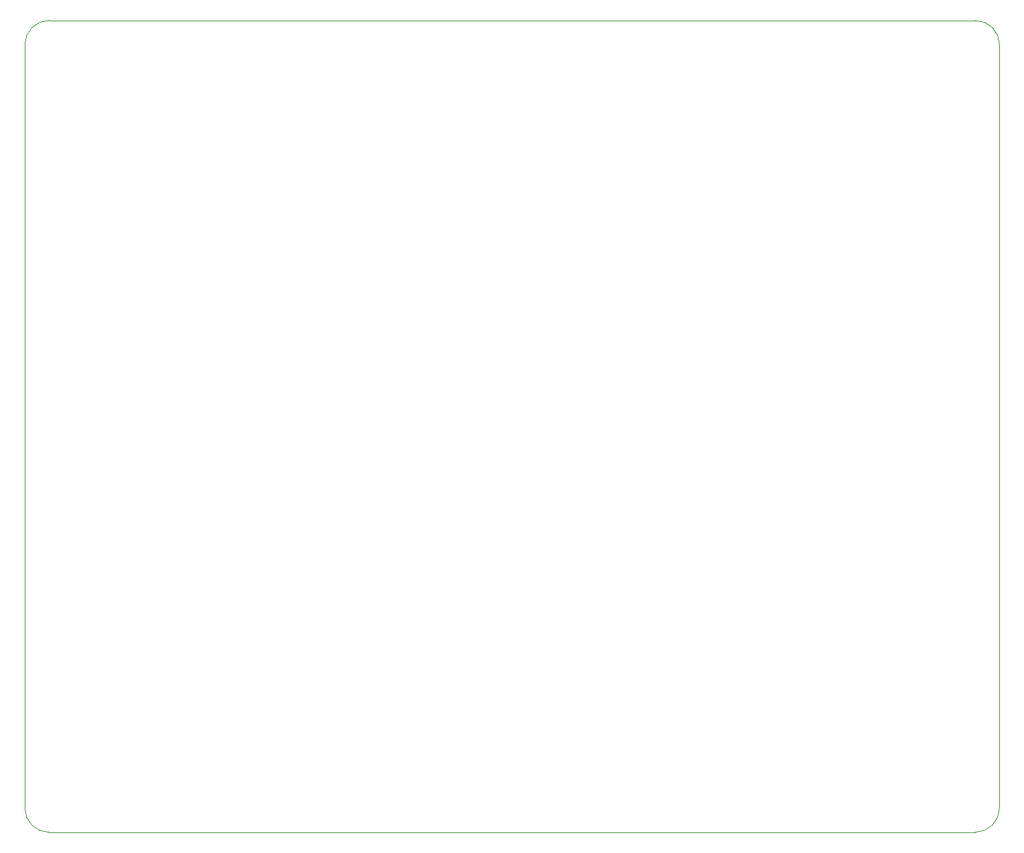
<source format=gbr>
%TF.GenerationSoftware,KiCad,Pcbnew,(6.0.4)*%
%TF.CreationDate,2023-06-02T21:12:55+02:00*%
%TF.ProjectId,Chrolis-LCR,4368726f-6c69-4732-9d4c-43522e6b6963,rev?*%
%TF.SameCoordinates,Original*%
%TF.FileFunction,Profile,NP*%
%FSLAX46Y46*%
G04 Gerber Fmt 4.6, Leading zero omitted, Abs format (unit mm)*
G04 Created by KiCad (PCBNEW (6.0.4)) date 2023-06-02 21:12:55*
%MOMM*%
%LPD*%
G01*
G04 APERTURE LIST*
%TA.AperFunction,Profile*%
%ADD10C,0.100000*%
%TD*%
G04 APERTURE END LIST*
D10*
X44800000Y-137350000D02*
G75*
G03*
X47800000Y-140350000I3000000J0D01*
G01*
X47800000Y-40350000D02*
X161800000Y-40350000D01*
X164800000Y-43350000D02*
G75*
G03*
X161800000Y-40350000I-3000000J0D01*
G01*
X161800000Y-140350000D02*
G75*
G03*
X164800000Y-137350000I0J3000000D01*
G01*
X164800000Y-43350000D02*
X164800000Y-137350000D01*
X161800000Y-140350000D02*
X47800000Y-140350000D01*
X47800000Y-40350000D02*
G75*
G03*
X44800000Y-43350000I0J-3000000D01*
G01*
X44800000Y-137350000D02*
X44800000Y-43350000D01*
M02*

</source>
